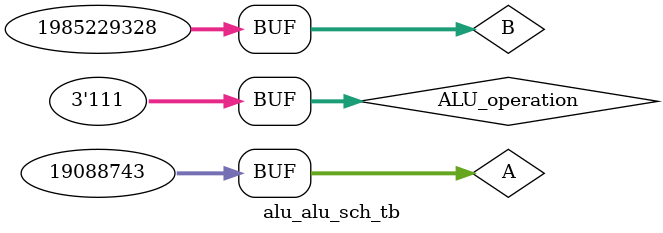
<source format=v>

`timescale 1ns / 1ps

module alu_alu_sch_tb();

// Inputs
   reg [31:0] B;
   reg [2:0] ALU_operation;
   reg [31:0] A;

// Output
   wire [31:0] res;
   wire zero;
   wire overflow;

// Bidirs

// Instantiate the UUT
   alu UUT (
		.B(B), 
		.res(res), 
		.zero(zero), 
		.overflow(overflow), 
		.ALU_operation(ALU_operation), 
		.A(A)
   );
// Initialize Inputs
   initial begin
		B = 0;
		ALU_operation = 0;
		A = 0;
		#100;
		A=32'hA5A5A5A5; B=32'h5A5A5A5A; 
		ALU_operation =3'b111; #100;
		ALU_operation =3'b110; #100;
		ALU_operation =3'b101; #100;
		ALU_operation =3'b100; #100;
		ALU_operation =3'b011; #100;
		ALU_operation =3'b010; #100;
		ALU_operation =3'b001; #100;
		ALU_operation =3'b000; #100;
		A=32'h01234567; B=32'h76543210; 
		ALU_operation =3'b111;
		end
endmodule

</source>
